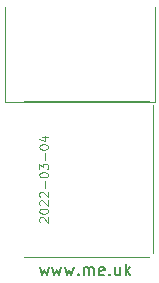
<source format=gbr>
%TF.GenerationSoftware,KiCad,Pcbnew,(6.0.2-0)*%
%TF.CreationDate,2022-03-04T11:33:52+00:00*%
%TF.ProjectId,Generic5,47656e65-7269-4633-952e-6b696361645f,1*%
%TF.SameCoordinates,Original*%
%TF.FileFunction,Legend,Top*%
%TF.FilePolarity,Positive*%
%FSLAX46Y46*%
G04 Gerber Fmt 4.6, Leading zero omitted, Abs format (unit mm)*
G04 Created by KiCad (PCBNEW (6.0.2-0)) date 2022-03-04 11:33:52*
%MOMM*%
%LPD*%
G01*
G04 APERTURE LIST*
%ADD10C,0.150000*%
%ADD11C,0.100000*%
%ADD12C,0.120000*%
G04 APERTURE END LIST*
D10*
X150392857Y-43035714D02*
X150583333Y-43702380D01*
X150773809Y-43226190D01*
X150964285Y-43702380D01*
X151154761Y-43035714D01*
X151440476Y-43035714D02*
X151630952Y-43702380D01*
X151821428Y-43226190D01*
X152011904Y-43702380D01*
X152202380Y-43035714D01*
X152488095Y-43035714D02*
X152678571Y-43702380D01*
X152869047Y-43226190D01*
X153059523Y-43702380D01*
X153250000Y-43035714D01*
X153630952Y-43607142D02*
X153678571Y-43654761D01*
X153630952Y-43702380D01*
X153583333Y-43654761D01*
X153630952Y-43607142D01*
X153630952Y-43702380D01*
X154107142Y-43702380D02*
X154107142Y-43035714D01*
X154107142Y-43130952D02*
X154154761Y-43083333D01*
X154250000Y-43035714D01*
X154392857Y-43035714D01*
X154488095Y-43083333D01*
X154535714Y-43178571D01*
X154535714Y-43702380D01*
X154535714Y-43178571D02*
X154583333Y-43083333D01*
X154678571Y-43035714D01*
X154821428Y-43035714D01*
X154916666Y-43083333D01*
X154964285Y-43178571D01*
X154964285Y-43702380D01*
X155821428Y-43654761D02*
X155726190Y-43702380D01*
X155535714Y-43702380D01*
X155440476Y-43654761D01*
X155392857Y-43559523D01*
X155392857Y-43178571D01*
X155440476Y-43083333D01*
X155535714Y-43035714D01*
X155726190Y-43035714D01*
X155821428Y-43083333D01*
X155869047Y-43178571D01*
X155869047Y-43273809D01*
X155392857Y-43369047D01*
X156297619Y-43607142D02*
X156345238Y-43654761D01*
X156297619Y-43702380D01*
X156250000Y-43654761D01*
X156297619Y-43607142D01*
X156297619Y-43702380D01*
X157202380Y-43035714D02*
X157202380Y-43702380D01*
X156773809Y-43035714D02*
X156773809Y-43559523D01*
X156821428Y-43654761D01*
X156916666Y-43702380D01*
X157059523Y-43702380D01*
X157154761Y-43654761D01*
X157202380Y-43607142D01*
X157678571Y-43702380D02*
X157678571Y-42702380D01*
X157773809Y-43321428D02*
X158059523Y-43702380D01*
X158059523Y-43035714D02*
X157678571Y-43416666D01*
D11*
%TO.C,U1*%
X150410714Y-39192857D02*
X150375000Y-39157142D01*
X150339285Y-39085714D01*
X150339285Y-38907142D01*
X150375000Y-38835714D01*
X150410714Y-38800000D01*
X150482142Y-38764285D01*
X150553571Y-38764285D01*
X150660714Y-38800000D01*
X151089285Y-39228571D01*
X151089285Y-38764285D01*
X150339285Y-38300000D02*
X150339285Y-38228571D01*
X150375000Y-38157142D01*
X150410714Y-38121428D01*
X150482142Y-38085714D01*
X150625000Y-38050000D01*
X150803571Y-38050000D01*
X150946428Y-38085714D01*
X151017857Y-38121428D01*
X151053571Y-38157142D01*
X151089285Y-38228571D01*
X151089285Y-38300000D01*
X151053571Y-38371428D01*
X151017857Y-38407142D01*
X150946428Y-38442857D01*
X150803571Y-38478571D01*
X150625000Y-38478571D01*
X150482142Y-38442857D01*
X150410714Y-38407142D01*
X150375000Y-38371428D01*
X150339285Y-38300000D01*
X150410714Y-37764285D02*
X150375000Y-37728571D01*
X150339285Y-37657142D01*
X150339285Y-37478571D01*
X150375000Y-37407142D01*
X150410714Y-37371428D01*
X150482142Y-37335714D01*
X150553571Y-37335714D01*
X150660714Y-37371428D01*
X151089285Y-37800000D01*
X151089285Y-37335714D01*
X150410714Y-37050000D02*
X150375000Y-37014285D01*
X150339285Y-36942857D01*
X150339285Y-36764285D01*
X150375000Y-36692857D01*
X150410714Y-36657142D01*
X150482142Y-36621428D01*
X150553571Y-36621428D01*
X150660714Y-36657142D01*
X151089285Y-37085714D01*
X151089285Y-36621428D01*
X150803571Y-36300000D02*
X150803571Y-35728571D01*
X150339285Y-35228571D02*
X150339285Y-35157142D01*
X150375000Y-35085714D01*
X150410714Y-35050000D01*
X150482142Y-35014285D01*
X150625000Y-34978571D01*
X150803571Y-34978571D01*
X150946428Y-35014285D01*
X151017857Y-35050000D01*
X151053571Y-35085714D01*
X151089285Y-35157142D01*
X151089285Y-35228571D01*
X151053571Y-35300000D01*
X151017857Y-35335714D01*
X150946428Y-35371428D01*
X150803571Y-35407142D01*
X150625000Y-35407142D01*
X150482142Y-35371428D01*
X150410714Y-35335714D01*
X150375000Y-35300000D01*
X150339285Y-35228571D01*
X150339285Y-34728571D02*
X150339285Y-34264285D01*
X150625000Y-34514285D01*
X150625000Y-34407142D01*
X150660714Y-34335714D01*
X150696428Y-34300000D01*
X150767857Y-34264285D01*
X150946428Y-34264285D01*
X151017857Y-34300000D01*
X151053571Y-34335714D01*
X151089285Y-34407142D01*
X151089285Y-34621428D01*
X151053571Y-34692857D01*
X151017857Y-34728571D01*
X150803571Y-33942857D02*
X150803571Y-33371428D01*
X150339285Y-32871428D02*
X150339285Y-32800000D01*
X150375000Y-32728571D01*
X150410714Y-32692857D01*
X150482142Y-32657142D01*
X150625000Y-32621428D01*
X150803571Y-32621428D01*
X150946428Y-32657142D01*
X151017857Y-32692857D01*
X151053571Y-32728571D01*
X151089285Y-32800000D01*
X151089285Y-32871428D01*
X151053571Y-32942857D01*
X151017857Y-32978571D01*
X150946428Y-33014285D01*
X150803571Y-33050000D01*
X150625000Y-33050000D01*
X150482142Y-33014285D01*
X150410714Y-32978571D01*
X150375000Y-32942857D01*
X150339285Y-32871428D01*
X150589285Y-31978571D02*
X151089285Y-31978571D01*
X150303571Y-32157142D02*
X150839285Y-32335714D01*
X150839285Y-31871428D01*
D12*
X159650000Y-28950000D02*
X149050000Y-28950000D01*
X159950000Y-41850000D02*
X159950000Y-29250000D01*
X159650000Y-42150000D02*
X149050000Y-42150000D01*
%TO.C,J1*%
X160100000Y-29000000D02*
X160100000Y-21000000D01*
X160100000Y-29000000D02*
X147400000Y-29000000D01*
X147400000Y-29000000D02*
X147400000Y-21000000D01*
%TD*%
M02*

</source>
